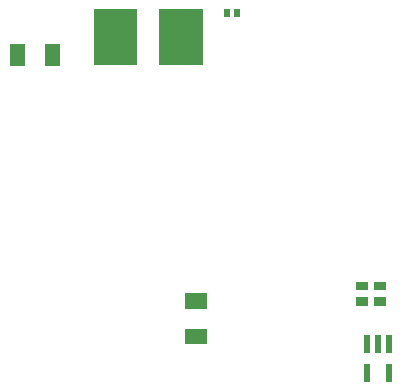
<source format=gtp>
G04 start of page 10 for group -4015 idx -4015 *
G04 Title: (unknown), toppaste *
G04 Creator: pcb 20140316 *
G04 CreationDate: Fri 25 Mar 2016 01:42:01 PM GMT UTC *
G04 For: commonadmin *
G04 Format: Gerber/RS-274X *
G04 PCB-Dimensions (mil): 1410.00 1650.00 *
G04 PCB-Coordinate-Origin: lower left *
%MOIN*%
%FSLAX25Y25*%
%LNTOPPASTE*%
%ADD91R,0.0200X0.0200*%
%ADD90R,0.0295X0.0295*%
%ADD89R,0.0197X0.0197*%
%ADD88R,0.1450X0.1450*%
%ADD87R,0.0512X0.0512*%
G54D87*X21810Y117181D02*Y114819D01*
X10000Y117181D02*Y114819D01*
G54D88*X42700Y124000D02*Y120000D01*
X64500Y124000D02*Y120000D01*
G54D87*X68319Y34000D02*X70681D01*
X68319Y22190D02*X70681D01*
G54D89*X80000Y130393D02*Y129607D01*
X83148Y130393D02*Y129607D01*
G54D90*X124508Y39000D02*X125492D01*
X124508Y33882D02*X125492D01*
G54D91*X134000Y21500D02*Y17700D01*
X130260Y21500D02*Y17700D01*
X126520Y21500D02*Y17700D01*
Y11900D02*Y8100D01*
X134000Y11900D02*Y8100D01*
G54D90*X130508Y39000D02*X131492D01*
X130508Y33882D02*X131492D01*
M02*

</source>
